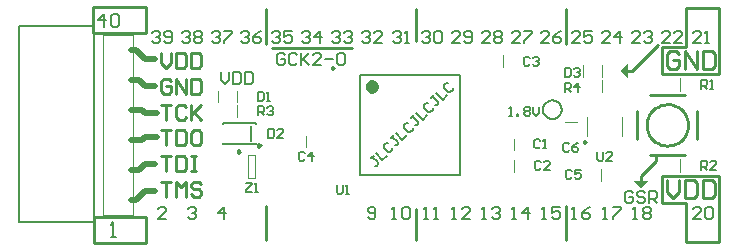
<source format=gto>
G04*
G04 #@! TF.GenerationSoftware,Altium Limited,Altium Designer,19.1.8 (144)*
G04*
G04 Layer_Color=65535*
%FSLAX25Y25*%
%MOIN*%
G70*
G01*
G75*
%ADD10C,0.01000*%
%ADD11C,0.00984*%
%ADD12C,0.00500*%
%ADD13C,0.02362*%
%ADD14C,0.00787*%
%ADD15C,0.00394*%
%ADD16C,0.02000*%
%ADD17C,0.00591*%
%ADD18C,0.00600*%
%ADD19C,0.00800*%
G36*
X202400Y16200D02*
X200000Y13800D01*
X197600Y16200D01*
X202400D01*
D02*
G37*
G36*
X195700Y50700D02*
X193300Y53100D01*
X195700Y55500D01*
Y50700D01*
D02*
G37*
D10*
X215590Y35000D02*
X215516Y36003D01*
X215298Y36985D01*
X214938Y37924D01*
X214446Y38802D01*
X213831Y39598D01*
X213107Y40296D01*
X212289Y40881D01*
X211395Y41341D01*
X210443Y41666D01*
X209454Y41848D01*
X208448Y41885D01*
X207449Y41775D01*
X206475Y41521D01*
X205550Y41127D01*
X204691Y40603D01*
X203918Y39960D01*
X203247Y39211D01*
X202692Y38372D01*
X202265Y37461D01*
X201975Y36498D01*
X201829Y35503D01*
Y34497D01*
X201975Y33502D01*
X202265Y32539D01*
X202692Y31628D01*
X203247Y30789D01*
X203918Y30040D01*
X204691Y29397D01*
X205550Y28873D01*
X206475Y28479D01*
X207449Y28225D01*
X208448Y28115D01*
X209454Y28152D01*
X210443Y28334D01*
X211395Y28659D01*
X212289Y29119D01*
X213107Y29704D01*
X213831Y30402D01*
X214446Y31198D01*
X214938Y32076D01*
X215298Y33015D01*
X215516Y33997D01*
X215590Y35000D01*
X202795Y45039D02*
X214605D01*
X198661Y30276D02*
Y39724D01*
X218739Y30276D02*
Y39724D01*
X202795Y24961D02*
X214605D01*
X197000Y53100D02*
X205650Y61750D01*
X194900Y53100D02*
X197000D01*
X17400Y65800D02*
X35000D01*
Y74200D01*
X17400D02*
X35000D01*
X17400Y65800D02*
Y74200D01*
X215000Y-4100D02*
Y9000D01*
X207000D02*
X215000D01*
X207000D02*
Y18000D01*
X226000D01*
Y-4100D02*
Y18000D01*
X215000Y-4100D02*
X226000D01*
X215000Y74100D02*
X226000D01*
Y52000D02*
Y74100D01*
X207000Y52000D02*
X226000D01*
X207000D02*
Y61000D01*
X215000D01*
Y74100D01*
X200000Y16000D02*
Y17900D01*
X205000Y22900D01*
X75000Y62000D02*
Y73500D01*
X125000Y63000D02*
Y73500D01*
X175000Y62000D02*
Y73500D01*
Y-3500D02*
Y8000D01*
X125000Y-3500D02*
Y7000D01*
X205000Y22900D02*
Y24961D01*
X77000Y60500D02*
X103500D01*
X75000Y-3500D02*
Y8000D01*
X17500Y-4200D02*
Y4200D01*
X35000D01*
Y-4200D02*
Y4200D01*
X17500Y-4200D02*
X35000D01*
X208500Y16498D02*
Y12499D01*
X210499Y10500D01*
X212499Y12499D01*
Y16498D01*
X214498D02*
Y10500D01*
X217497D01*
X218497Y11500D01*
Y15498D01*
X217497Y16498D01*
X214498D01*
X220496D02*
Y10500D01*
X223495D01*
X224495Y11500D01*
Y15498D01*
X223495Y16498D01*
X220496D01*
X212499Y58498D02*
X211499Y59498D01*
X209500D01*
X208500Y58498D01*
Y54500D01*
X209500Y53500D01*
X211499D01*
X212499Y54500D01*
Y56499D01*
X210499D01*
X214498Y53500D02*
Y59498D01*
X218497Y53500D01*
Y59498D01*
X220496D02*
Y53500D01*
X223495D01*
X224495Y54500D01*
Y58498D01*
X223495Y59498D01*
X220496D01*
X40000Y15998D02*
X43332D01*
X41666D01*
Y11000D01*
X44998D02*
Y15998D01*
X46665Y14332D01*
X48331Y15998D01*
Y11000D01*
X53329Y15165D02*
X52496Y15998D01*
X50830D01*
X49997Y15165D01*
Y14332D01*
X50830Y13499D01*
X52496D01*
X53329Y12666D01*
Y11833D01*
X52496Y11000D01*
X50830D01*
X49997Y11833D01*
X40000Y24598D02*
X43332D01*
X41666D01*
Y19600D01*
X44998Y24598D02*
Y19600D01*
X47498D01*
X48331Y20433D01*
Y23765D01*
X47498Y24598D01*
X44998D01*
X49997D02*
X51663D01*
X50830D01*
Y19600D01*
X49997D01*
X51663D01*
X40000Y33198D02*
X43332D01*
X41666D01*
Y28200D01*
X44998Y33198D02*
Y28200D01*
X47498D01*
X48331Y29033D01*
Y32365D01*
X47498Y33198D01*
X44998D01*
X52496D02*
X50830D01*
X49997Y32365D01*
Y29033D01*
X50830Y28200D01*
X52496D01*
X53329Y29033D01*
Y32365D01*
X52496Y33198D01*
X40000Y41798D02*
X43332D01*
X41666D01*
Y36800D01*
X48331Y40965D02*
X47498Y41798D01*
X45831D01*
X44998Y40965D01*
Y37633D01*
X45831Y36800D01*
X47498D01*
X48331Y37633D01*
X49997Y41798D02*
Y36800D01*
Y38466D01*
X53329Y41798D01*
X50830Y39299D01*
X53329Y36800D01*
X43332Y49565D02*
X42499Y50398D01*
X40833D01*
X40000Y49565D01*
Y46233D01*
X40833Y45400D01*
X42499D01*
X43332Y46233D01*
Y47899D01*
X41666D01*
X44998Y45400D02*
Y50398D01*
X48331Y45400D01*
Y50398D01*
X49997D02*
Y45400D01*
X52496D01*
X53329Y46233D01*
Y49565D01*
X52496Y50398D01*
X49997D01*
X40000Y58998D02*
Y55666D01*
X41666Y54000D01*
X43332Y55666D01*
Y58998D01*
X44998D02*
Y54000D01*
X47498D01*
X48331Y54833D01*
Y58165D01*
X47498Y58998D01*
X44998D01*
X49997D02*
Y54000D01*
X52496D01*
X53329Y54833D01*
Y58165D01*
X52496Y58998D01*
X49997D01*
D11*
X73092Y28200D02*
X72354Y28626D01*
Y27774D01*
X73092Y28200D01*
X66192Y26100D02*
X65454Y26526D01*
Y25674D01*
X66192Y26100D01*
X97492Y54000D02*
X96754Y54426D01*
Y53574D01*
X97492Y54000D01*
X181592Y29315D02*
X180854Y29741D01*
Y28889D01*
X181592Y29315D01*
D12*
X173550Y40100D02*
X173396Y41073D01*
X172948Y41951D01*
X172251Y42648D01*
X171373Y43095D01*
X170400Y43250D01*
X169427Y43095D01*
X168549Y42648D01*
X167852Y41951D01*
X167404Y41073D01*
X167250Y40100D01*
X167404Y39127D01*
X167852Y38249D01*
X168549Y37552D01*
X169427Y37104D01*
X170400Y36950D01*
X171373Y37104D01*
X172251Y37552D01*
X172948Y38249D01*
X173396Y39127D01*
X173550Y40100D01*
X69750Y29700D02*
Y34700D01*
X60550Y35700D02*
X71550D01*
X60550Y28700D02*
X71550D01*
X60550Y35400D02*
Y35700D01*
X71550Y35400D02*
Y35700D01*
X60550Y28700D02*
Y29000D01*
X71550Y28700D02*
Y29000D01*
X174500Y46000D02*
Y48999D01*
X175999D01*
X176499Y48499D01*
Y47499D01*
X175999Y47000D01*
X174500D01*
X175500D02*
X176499Y46000D01*
X178999D02*
Y48999D01*
X177499Y47499D01*
X179498D01*
X174500Y53999D02*
Y51000D01*
X175999D01*
X176499Y51500D01*
Y53499D01*
X175999Y53999D01*
X174500D01*
X177499Y53499D02*
X177999Y53999D01*
X178999D01*
X179498Y53499D01*
Y52999D01*
X178999Y52500D01*
X178499D01*
X178999D01*
X179498Y52000D01*
Y51500D01*
X178999Y51000D01*
X177999D01*
X177499Y51500D01*
X75600Y33799D02*
Y30800D01*
X77100D01*
X77599Y31300D01*
Y33299D01*
X77100Y33799D01*
X75600D01*
X80598Y30800D02*
X78599D01*
X80598Y32799D01*
Y33299D01*
X80099Y33799D01*
X79099D01*
X78599Y33299D01*
X68100Y15699D02*
X70099D01*
Y15199D01*
X68100Y13200D01*
Y12700D01*
X70099D01*
X71099D02*
X72099D01*
X71599D01*
Y15699D01*
X71099Y15199D01*
X156000Y38000D02*
X157000D01*
X156500D01*
Y40999D01*
X156000Y40499D01*
X158499Y38000D02*
Y38500D01*
X158999D01*
Y38000D01*
X158499D01*
X160998Y40499D02*
X161498Y40999D01*
X162498D01*
X162998Y40499D01*
Y39999D01*
X162498Y39500D01*
X162998Y39000D01*
Y38500D01*
X162498Y38000D01*
X161498D01*
X160998Y38500D01*
Y39000D01*
X161498Y39500D01*
X160998Y39999D01*
Y40499D01*
X161498Y39500D02*
X162498D01*
X163997Y40999D02*
Y39000D01*
X164997Y38000D01*
X165997Y39000D01*
Y40999D01*
X72300Y38200D02*
Y41199D01*
X73800D01*
X74299Y40699D01*
Y39700D01*
X73800Y39200D01*
X72300D01*
X73300D02*
X74299Y38200D01*
X75299Y40699D02*
X75799Y41199D01*
X76799D01*
X77298Y40699D01*
Y40199D01*
X76799Y39700D01*
X76299D01*
X76799D01*
X77298Y39200D01*
Y38700D01*
X76799Y38200D01*
X75799D01*
X75299Y38700D01*
X72100Y45999D02*
Y43000D01*
X73599D01*
X74099Y43500D01*
Y45499D01*
X73599Y45999D01*
X72100D01*
X75099Y43000D02*
X76099D01*
X75599D01*
Y45999D01*
X75099Y45499D01*
X175999Y28599D02*
X175499Y29099D01*
X174500D01*
X174000Y28599D01*
Y26600D01*
X174500Y26100D01*
X175499D01*
X175999Y26600D01*
X178998Y29099D02*
X177999Y28599D01*
X176999Y27599D01*
Y26600D01*
X177499Y26100D01*
X178499D01*
X178998Y26600D01*
Y27100D01*
X178499Y27599D01*
X176999D01*
X176799Y19499D02*
X176300Y19999D01*
X175300D01*
X174800Y19499D01*
Y17500D01*
X175300Y17000D01*
X176300D01*
X176799Y17500D01*
X179798Y19999D02*
X177799D01*
Y18499D01*
X178799Y18999D01*
X179299D01*
X179798Y18499D01*
Y17500D01*
X179299Y17000D01*
X178299D01*
X177799Y17500D01*
X185300Y26099D02*
Y23600D01*
X185800Y23100D01*
X186800D01*
X187299Y23600D01*
Y26099D01*
X190298Y23100D02*
X188299D01*
X190298Y25099D01*
Y25599D01*
X189799Y26099D01*
X188799D01*
X188299Y25599D01*
X220000Y20000D02*
Y22999D01*
X221499D01*
X221999Y22499D01*
Y21499D01*
X221499Y21000D01*
X220000D01*
X221000D02*
X221999Y20000D01*
X224998D02*
X222999D01*
X224998Y21999D01*
Y22499D01*
X224499Y22999D01*
X223499D01*
X222999Y22499D01*
X220000Y47000D02*
Y49999D01*
X221499D01*
X221999Y49499D01*
Y48500D01*
X221499Y48000D01*
X220000D01*
X221000D02*
X221999Y47000D01*
X222999D02*
X223999D01*
X223499D01*
Y49999D01*
X222999Y49499D01*
X87899Y25499D02*
X87400Y25999D01*
X86400D01*
X85900Y25499D01*
Y23500D01*
X86400Y23000D01*
X87400D01*
X87899Y23500D01*
X90399Y23000D02*
Y25999D01*
X88899Y24499D01*
X90898D01*
X162799Y57199D02*
X162300Y57699D01*
X161300D01*
X160800Y57199D01*
Y55200D01*
X161300Y54700D01*
X162300D01*
X162799Y55200D01*
X163799Y57199D02*
X164299Y57699D01*
X165299D01*
X165798Y57199D01*
Y56699D01*
X165299Y56200D01*
X164799D01*
X165299D01*
X165798Y55700D01*
Y55200D01*
X165299Y54700D01*
X164299D01*
X163799Y55200D01*
X166499Y22499D02*
X165999Y22999D01*
X165000D01*
X164500Y22499D01*
Y20500D01*
X165000Y20000D01*
X165999D01*
X166499Y20500D01*
X169498Y20000D02*
X167499D01*
X169498Y21999D01*
Y22499D01*
X168999Y22999D01*
X167999D01*
X167499Y22499D01*
X166399Y29799D02*
X165900Y30299D01*
X164900D01*
X164400Y29799D01*
Y27800D01*
X164900Y27300D01*
X165900D01*
X166399Y27800D01*
X167399Y27300D02*
X168399D01*
X167899D01*
Y30299D01*
X167399Y29799D01*
X98500Y14999D02*
Y12500D01*
X99000Y12000D01*
X99999D01*
X100499Y12500D01*
Y14999D01*
X101499Y12000D02*
X102499D01*
X101999D01*
Y14999D01*
X101499Y14499D01*
D13*
X111386Y47795D02*
X110941Y48719D01*
X109942Y48947D01*
X109141Y48308D01*
Y47283D01*
X109942Y46644D01*
X110941Y46872D01*
X111386Y47795D01*
D14*
X-7500Y68000D02*
X17500D01*
Y2500D02*
Y68000D01*
X-7500Y2500D02*
X17500D01*
X-7500D02*
Y68000D01*
X106268Y18268D02*
Y51732D01*
X139732Y18268D02*
Y51732D01*
X106268D02*
X139732D01*
X106268Y18268D02*
X139732D01*
D15*
X20500Y65000D02*
X30500D01*
Y5000D02*
Y65000D01*
X20500Y5000D02*
X30500D01*
X20500D02*
Y65000D01*
X187000Y51032D02*
Y54969D01*
X180602Y51032D02*
Y54969D01*
X187000Y45933D02*
Y50067D01*
X68919Y25100D02*
X71281D01*
X68919Y17200D02*
X71281D01*
X68919D02*
Y25100D01*
X71281Y17200D02*
Y25100D01*
X174531Y36115D02*
X178469D01*
X186600Y16446D02*
Y20383D01*
X65200Y37533D02*
Y41667D01*
X65200Y42531D02*
Y46468D01*
X58802Y42531D02*
Y46468D01*
X193605Y31365D02*
Y37665D01*
X181795Y31365D02*
Y37665D01*
X157500Y19432D02*
Y23369D01*
X213000Y46433D02*
Y50567D01*
Y19433D02*
Y23567D01*
X153800Y54431D02*
Y58368D01*
X157500Y26531D02*
Y30468D01*
X88181Y27531D02*
Y31468D01*
D16*
X30000Y10000D02*
X31500D01*
X30000Y20000D02*
X32500D01*
X30000Y30000D02*
X33500D01*
X31500Y10000D02*
X34500Y13000D01*
X38000D01*
X32500Y20000D02*
X34500Y22000D01*
X38000D01*
X33500Y30000D02*
X34500Y31000D01*
X38500D01*
X34500Y39000D02*
X38500D01*
X33500Y40000D02*
X34500Y39000D01*
Y48000D02*
X38000D01*
X32500Y50000D02*
X34500Y48000D01*
Y57000D02*
X38000D01*
X31500Y60000D02*
X34500Y57000D01*
X30000Y40000D02*
X33500D01*
X30000Y50000D02*
X32500D01*
X30000Y60000D02*
X31500D01*
D17*
X110758Y24811D02*
X110016Y24069D01*
X110387Y24440D01*
X112242Y22584D01*
Y21842D01*
X111871Y21471D01*
X111129D01*
X111500Y25553D02*
X113726Y23326D01*
X115211Y24811D01*
X115582Y28892D02*
X114840D01*
X114097Y28150D01*
X114097Y27408D01*
X115582Y25924D01*
X116324D01*
X117066Y26666D01*
X117066Y27408D01*
X117437Y31490D02*
X116695Y30748D01*
X117066Y31119D01*
X118921Y29263D01*
Y28521D01*
X118550Y28150D01*
X117808D01*
X118179Y32232D02*
X120406Y30006D01*
X121890Y31490D01*
X122261Y35572D02*
X121519D01*
X120777Y34829D01*
X120777Y34087D01*
X122261Y32603D01*
X123003D01*
X123745Y33345D01*
Y34087D01*
X124116Y38169D02*
X123374Y37427D01*
X123745Y37798D01*
X125601Y35943D01*
Y35201D01*
X125229Y34829D01*
X124487D01*
X124858Y38911D02*
X127085Y36685D01*
X128569Y38169D01*
X128940Y42251D02*
X128198D01*
X127456Y41509D01*
Y40766D01*
X128940Y39282D01*
X129682D01*
X130424Y40024D01*
Y40766D01*
X130795Y44848D02*
X130053Y44106D01*
X130424Y44477D01*
X132280Y42622D01*
Y41880D01*
X131909Y41509D01*
X131166D01*
X131537Y45590D02*
X133764Y43364D01*
X135248Y44848D01*
X135619Y48930D02*
X134877D01*
X134135Y48188D01*
X134135Y47446D01*
X135619Y45961D01*
X136361D01*
X137103Y46703D01*
X137103Y47446D01*
D18*
X219766Y3800D02*
X217100D01*
X219766Y6466D01*
Y7132D01*
X219099Y7799D01*
X217766D01*
X217100Y7132D01*
X221099D02*
X221765Y7799D01*
X223098D01*
X223764Y7132D01*
Y4466D01*
X223098Y3800D01*
X221765D01*
X221099Y4466D01*
Y7132D01*
X220066Y62200D02*
X217400D01*
X220066Y64866D01*
Y65532D01*
X219399Y66199D01*
X218066D01*
X217400Y65532D01*
X221399Y62200D02*
X222732D01*
X222065D01*
Y66199D01*
X221399Y65532D01*
X197100Y3800D02*
X198433D01*
X197766D01*
Y7799D01*
X197100Y7132D01*
X200432D02*
X201099Y7799D01*
X202432D01*
X203098Y7132D01*
Y6466D01*
X202432Y5799D01*
X203098Y5133D01*
Y4466D01*
X202432Y3800D01*
X201099D01*
X200432Y4466D01*
Y5133D01*
X201099Y5799D01*
X200432Y6466D01*
Y7132D01*
X201099Y5799D02*
X202432D01*
X77000Y65632D02*
X77666Y66299D01*
X78999D01*
X79666Y65632D01*
Y64966D01*
X78999Y64299D01*
X78333D01*
X78999D01*
X79666Y63633D01*
Y62966D01*
X78999Y62300D01*
X77666D01*
X77000Y62966D01*
X83665Y66299D02*
X80999D01*
Y64299D01*
X82332Y64966D01*
X82998D01*
X83665Y64299D01*
Y62966D01*
X82998Y62300D01*
X81665D01*
X80999Y62966D01*
X87000Y65632D02*
X87666Y66299D01*
X88999D01*
X89666Y65632D01*
Y64966D01*
X88999Y64299D01*
X88333D01*
X88999D01*
X89666Y63633D01*
Y62966D01*
X88999Y62300D01*
X87666D01*
X87000Y62966D01*
X92998Y62300D02*
Y66299D01*
X90999Y64299D01*
X93664D01*
X97000Y65632D02*
X97666Y66299D01*
X98999D01*
X99666Y65632D01*
Y64966D01*
X98999Y64299D01*
X98333D01*
X98999D01*
X99666Y63633D01*
Y62966D01*
X98999Y62300D01*
X97666D01*
X97000Y62966D01*
X100999Y65632D02*
X101665Y66299D01*
X102998D01*
X103665Y65632D01*
Y64966D01*
X102998Y64299D01*
X102332D01*
X102998D01*
X103665Y63633D01*
Y62966D01*
X102998Y62300D01*
X101665D01*
X100999Y62966D01*
X41666Y3800D02*
X39000D01*
X41666Y6466D01*
Y7132D01*
X40999Y7799D01*
X39666D01*
X39000Y7132D01*
X49000D02*
X49666Y7799D01*
X50999D01*
X51666Y7132D01*
Y6466D01*
X50999Y5799D01*
X50333D01*
X50999D01*
X51666Y5133D01*
Y4466D01*
X50999Y3800D01*
X49666D01*
X49000Y4466D01*
X37000Y65632D02*
X37666Y66299D01*
X38999D01*
X39666Y65632D01*
Y64966D01*
X38999Y64299D01*
X38333D01*
X38999D01*
X39666Y63633D01*
Y62966D01*
X38999Y62300D01*
X37666D01*
X37000Y62966D01*
X40999D02*
X41665Y62300D01*
X42998D01*
X43665Y62966D01*
Y65632D01*
X42998Y66299D01*
X41665D01*
X40999Y65632D01*
Y64966D01*
X41665Y64299D01*
X43665D01*
X47000Y65632D02*
X47666Y66299D01*
X48999D01*
X49666Y65632D01*
Y64966D01*
X48999Y64299D01*
X48333D01*
X48999D01*
X49666Y63633D01*
Y62966D01*
X48999Y62300D01*
X47666D01*
X47000Y62966D01*
X50999Y65632D02*
X51665Y66299D01*
X52998D01*
X53664Y65632D01*
Y64966D01*
X52998Y64299D01*
X53664Y63633D01*
Y62966D01*
X52998Y62300D01*
X51665D01*
X50999Y62966D01*
Y63633D01*
X51665Y64299D01*
X50999Y64966D01*
Y65632D01*
X51665Y64299D02*
X52998D01*
X57000Y65632D02*
X57666Y66299D01*
X58999D01*
X59666Y65632D01*
Y64966D01*
X58999Y64299D01*
X58333D01*
X58999D01*
X59666Y63633D01*
Y62966D01*
X58999Y62300D01*
X57666D01*
X57000Y62966D01*
X60999Y66299D02*
X63665D01*
Y65632D01*
X60999Y62966D01*
Y62300D01*
X107000Y65632D02*
X107667Y66299D01*
X108999D01*
X109666Y65632D01*
Y64966D01*
X108999Y64299D01*
X108333D01*
X108999D01*
X109666Y63633D01*
Y62966D01*
X108999Y62300D01*
X107667D01*
X107000Y62966D01*
X113664Y62300D02*
X110999D01*
X113664Y64966D01*
Y65632D01*
X112998Y66299D01*
X111665D01*
X110999Y65632D01*
X139666Y62300D02*
X137000D01*
X139666Y64966D01*
Y65632D01*
X138999Y66299D01*
X137666D01*
X137000Y65632D01*
X140999Y62966D02*
X141665Y62300D01*
X142998D01*
X143665Y62966D01*
Y65632D01*
X142998Y66299D01*
X141665D01*
X140999Y65632D01*
Y64966D01*
X141665Y64299D01*
X143665D01*
X149666Y62300D02*
X147000D01*
X149666Y64966D01*
Y65632D01*
X148999Y66299D01*
X147667D01*
X147000Y65632D01*
X150999D02*
X151665Y66299D01*
X152998D01*
X153665Y65632D01*
Y64966D01*
X152998Y64299D01*
X153665Y63633D01*
Y62966D01*
X152998Y62300D01*
X151665D01*
X150999Y62966D01*
Y63633D01*
X151665Y64299D01*
X150999Y64966D01*
Y65632D01*
X151665Y64299D02*
X152998D01*
X159666Y62300D02*
X157000D01*
X159666Y64966D01*
Y65632D01*
X158999Y66299D01*
X157667D01*
X157000Y65632D01*
X160999Y66299D02*
X163664D01*
Y65632D01*
X160999Y62966D01*
Y62300D01*
X209666D02*
X207000D01*
X209666Y64966D01*
Y65632D01*
X208999Y66299D01*
X207666D01*
X207000Y65632D01*
X213665Y62300D02*
X210999D01*
X213665Y64966D01*
Y65632D01*
X212998Y66299D01*
X211665D01*
X210999Y65632D01*
X199666Y62300D02*
X197000D01*
X199666Y64966D01*
Y65632D01*
X198999Y66299D01*
X197667D01*
X197000Y65632D01*
X200999D02*
X201665Y66299D01*
X202998D01*
X203664Y65632D01*
Y64966D01*
X202998Y64299D01*
X202332D01*
X202998D01*
X203664Y63633D01*
Y62966D01*
X202998Y62300D01*
X201665D01*
X200999Y62966D01*
X189666Y62300D02*
X187000D01*
X189666Y64966D01*
Y65632D01*
X188999Y66299D01*
X187666D01*
X187000Y65632D01*
X192998Y62300D02*
Y66299D01*
X190999Y64299D01*
X193665D01*
X187100Y3800D02*
X188433D01*
X187767D01*
Y7799D01*
X187100Y7132D01*
X190432Y7799D02*
X193098D01*
Y7132D01*
X190432Y4466D01*
Y3800D01*
X137000D02*
X138333D01*
X137666D01*
Y7799D01*
X137000Y7132D01*
X142998Y3800D02*
X140332D01*
X142998Y6466D01*
Y7132D01*
X142332Y7799D01*
X140999D01*
X140332Y7132D01*
X147000Y3800D02*
X148333D01*
X147667D01*
Y7799D01*
X147000Y7132D01*
X150332D02*
X150999Y7799D01*
X152332D01*
X152998Y7132D01*
Y6466D01*
X152332Y5799D01*
X151665D01*
X152332D01*
X152998Y5133D01*
Y4466D01*
X152332Y3800D01*
X150999D01*
X150332Y4466D01*
X157000Y3800D02*
X158333D01*
X157667D01*
Y7799D01*
X157000Y7132D01*
X162332Y3800D02*
Y7799D01*
X160332Y5799D01*
X162998D01*
X108800Y4450D02*
X109450Y3800D01*
X110749D01*
X111399Y4450D01*
Y7049D01*
X110749Y7699D01*
X109450D01*
X108800Y7049D01*
Y6399D01*
X109450Y5749D01*
X111399D01*
X60999Y3800D02*
Y7799D01*
X59000Y5799D01*
X61666D01*
X60000Y52499D02*
Y49833D01*
X61333Y48500D01*
X62666Y49833D01*
Y52499D01*
X63999D02*
Y48500D01*
X65998D01*
X66664Y49166D01*
Y51832D01*
X65998Y52499D01*
X63999D01*
X67997D02*
Y48500D01*
X69997D01*
X70663Y49166D01*
Y51832D01*
X69997Y52499D01*
X67997D01*
X197366Y12332D02*
X196699Y12999D01*
X195367D01*
X194700Y12332D01*
Y9667D01*
X195367Y9000D01*
X196699D01*
X197366Y9667D01*
Y10999D01*
X196033D01*
X201364Y12332D02*
X200698Y12999D01*
X199365D01*
X198699Y12332D01*
Y11666D01*
X199365Y10999D01*
X200698D01*
X201364Y10333D01*
Y9667D01*
X200698Y9000D01*
X199365D01*
X198699Y9667D01*
X202697Y9000D02*
Y12999D01*
X204697D01*
X205363Y12332D01*
Y10999D01*
X204697Y10333D01*
X202697D01*
X204030D02*
X205363Y9000D01*
X117200Y65632D02*
X117867Y66299D01*
X119199D01*
X119866Y65632D01*
Y64966D01*
X119199Y64299D01*
X118533D01*
X119199D01*
X119866Y63633D01*
Y62966D01*
X119199Y62300D01*
X117867D01*
X117200Y62966D01*
X121199Y62300D02*
X122532D01*
X121865D01*
Y66299D01*
X121199Y65632D01*
X169166Y62300D02*
X166500D01*
X169166Y64966D01*
Y65632D01*
X168499Y66299D01*
X167166D01*
X166500Y65632D01*
X173164Y66299D02*
X171832Y65632D01*
X170499Y64299D01*
Y62966D01*
X171165Y62300D01*
X172498D01*
X173164Y62966D01*
Y63633D01*
X172498Y64299D01*
X170499D01*
X167000Y3800D02*
X168333D01*
X167666D01*
Y7799D01*
X167000Y7132D01*
X172998Y7799D02*
X170332D01*
Y5799D01*
X171665Y6466D01*
X172332D01*
X172998Y5799D01*
Y4466D01*
X172332Y3800D01*
X170999D01*
X170332Y4466D01*
X117000Y3800D02*
X118333D01*
X117666D01*
Y7799D01*
X117000Y7132D01*
X120332D02*
X120999Y7799D01*
X122332D01*
X122998Y7132D01*
Y4466D01*
X122332Y3800D01*
X120999D01*
X120332Y4466D01*
Y7132D01*
X66500Y65632D02*
X67166Y66299D01*
X68499D01*
X69166Y65632D01*
Y64966D01*
X68499Y64299D01*
X67833D01*
X68499D01*
X69166Y63633D01*
Y62966D01*
X68499Y62300D01*
X67166D01*
X66500Y62966D01*
X73164Y66299D02*
X71832Y65632D01*
X70499Y64299D01*
Y62966D01*
X71165Y62300D01*
X72498D01*
X73164Y62966D01*
Y63633D01*
X72498Y64299D01*
X70499D01*
X127000Y65632D02*
X127666Y66299D01*
X128999D01*
X129666Y65632D01*
Y64966D01*
X128999Y64299D01*
X128333D01*
X128999D01*
X129666Y63633D01*
Y62966D01*
X128999Y62300D01*
X127666D01*
X127000Y62966D01*
X130999Y65632D02*
X131665Y66299D01*
X132998D01*
X133665Y65632D01*
Y62966D01*
X132998Y62300D01*
X131665D01*
X130999Y62966D01*
Y65632D01*
X179666Y62300D02*
X177000D01*
X179666Y64966D01*
Y65632D01*
X178999Y66299D01*
X177666D01*
X177000Y65632D01*
X183665Y66299D02*
X180999D01*
Y64299D01*
X182332Y64966D01*
X182998D01*
X183665Y64299D01*
Y62966D01*
X182998Y62300D01*
X181665D01*
X180999Y62966D01*
X177000Y3800D02*
X178333D01*
X177666D01*
Y7799D01*
X177000Y7132D01*
X182998Y7799D02*
X181665Y7132D01*
X180332Y5799D01*
Y4466D01*
X180999Y3800D01*
X182332D01*
X182998Y4466D01*
Y5133D01*
X182332Y5799D01*
X180332D01*
X127500Y3800D02*
X128833D01*
X128166D01*
Y7799D01*
X127500Y7132D01*
X130832Y3800D02*
X132165D01*
X131499D01*
Y7799D01*
X130832Y7132D01*
X81166Y58332D02*
X80499Y58999D01*
X79166D01*
X78500Y58332D01*
Y55666D01*
X79166Y55000D01*
X80499D01*
X81166Y55666D01*
Y56999D01*
X79833D01*
X85164Y58332D02*
X84498Y58999D01*
X83165D01*
X82499Y58332D01*
Y55666D01*
X83165Y55000D01*
X84498D01*
X85164Y55666D01*
X86497Y58999D02*
Y55000D01*
Y56333D01*
X89163Y58999D01*
X87164Y56999D01*
X89163Y55000D01*
X93162D02*
X90496D01*
X93162Y57666D01*
Y58332D01*
X92496Y58999D01*
X91163D01*
X90496Y58332D01*
X94495Y56999D02*
X97161D01*
X98494Y58332D02*
X99160Y58999D01*
X100493D01*
X101159Y58332D01*
Y55666D01*
X100493Y55000D01*
X99160D01*
X98494Y55666D01*
Y58332D01*
D19*
X20949Y67700D02*
Y71999D01*
X18800Y69849D01*
X21666D01*
X23099Y71282D02*
X23815Y71999D01*
X25248D01*
X25964Y71282D01*
Y68416D01*
X25248Y67700D01*
X23815D01*
X23099Y68416D01*
Y71282D01*
X23100Y-2500D02*
X24766D01*
X23933D01*
Y2498D01*
X23100Y1665D01*
M02*

</source>
